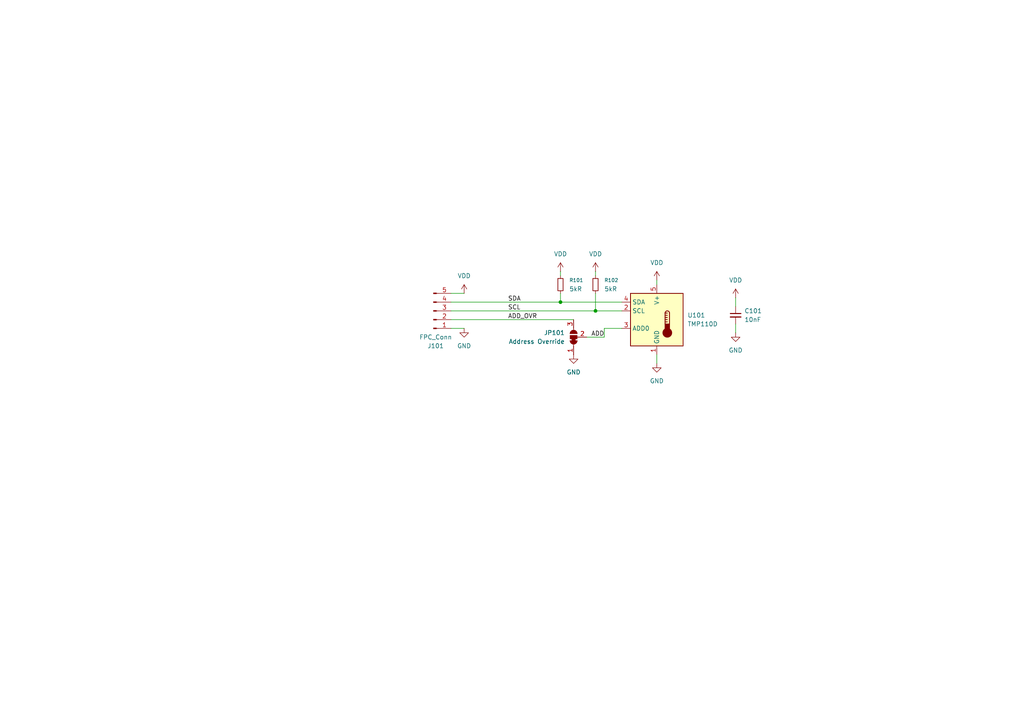
<source format=kicad_sch>
(kicad_sch (version 20250114) (generator "eeschema") (generator_version "9.0")
  (paper "A4")
  (lib_symbols
    (symbol "Connector:Conn_01x05_Pin" (pin_names (offset 1.016) (hide yes))
      (property "Reference" "J" (at 0 7.62 0))
      (property "Value" "Conn_01x05_Pin" (at 0 -7.62 0))
      (symbol "Conn_01x05_Pin_1_1"
        (rectangle (start 0.8636 5.207) (end 0 4.953) (stroke (width 0.1524)) (fill (type outline)))
        (rectangle (start 0.8636 2.667) (end 0 2.413) (stroke (width 0.1524)) (fill (type outline)))
        (rectangle (start 0.8636 0.127) (end 0 -0.127) (stroke (width 0.1524)) (fill (type outline)))
        (rectangle (start 0.8636 -2.413) (end 0 -2.667) (stroke (width 0.1524)) (fill (type outline)))
        (rectangle (start 0.8636 -4.953) (end 0 -5.207) (stroke (width 0.1524)) (fill (type outline)))
        (polyline (pts (xy 1.27 5.08) (xy 0.8636 5.08)) (stroke (width 0.1524)))
        (polyline (pts (xy 1.27 2.54) (xy 0.8636 2.54)) (stroke (width 0.1524)))
        (polyline (pts (xy 1.27 0) (xy 0.8636 0)) (stroke (width 0.1524)))
        (polyline (pts (xy 1.27 -2.54) (xy 0.8636 -2.54)) (stroke (width 0.1524)))
        (polyline (pts (xy 1.27 -5.08) (xy 0.8636 -5.08)) (stroke (width 0.1524)))
        (pin passive line (at 5.08 5.08 180) (length 3.81) (name "Pin_1") (number "1"))
        (pin passive line (at 5.08 2.54 180) (length 3.81) (name "Pin_2") (number "2"))
        (pin passive line (at 5.08 0 180) (length 3.81) (name "Pin_3") (number "3"))
        (pin passive line (at 5.08 -2.54 180) (length 3.81) (name "Pin_4") (number "4"))
        (pin passive line (at 5.08 -5.08 180) (length 3.81) (name "Pin_5") (number "5"))
      )
    )
    (symbol "Device:C_Small" (pin_numbers (hide yes)) (pin_names (offset 0.254) (hide yes))
      (property "Reference" "C" (at 0.254 1.778 0))
      (property "Value" "C_Small" (at 0.254 -2.032 0))
      (symbol "C_Small_0_1"
        (polyline (pts (xy -1.524 0.508) (xy 1.524 0.508)) (stroke (width 0.3048)))
        (polyline (pts (xy -1.524 -0.508) (xy 1.524 -0.508)) (stroke (width 0.3302)))
      )
      (symbol "C_Small_1_1"
        (pin passive line (at 0 2.54 270) (length 2.032) (name "~") (number "1"))
        (pin passive line (at 0 -2.54 90) (length 2.032) (name "~") (number "2"))
      )
    )
    (symbol "Device:R_Small" (pin_numbers (hide yes)) (pin_names (offset 0.254) (hide yes))
      (property "Reference" "R" (at 0 0 90))
      (property "Value" "R_Small" (at 1.778 0 90))
      (symbol "R_Small_0_1"
        (rectangle (start -0.762 1.778) (end 0.762 -1.778) (stroke (width 0.2032)))
      )
      (symbol "R_Small_1_1"
        (pin passive line (at 0 2.54 270) (length 0.762) (name "~") (number "1"))
        (pin passive line (at 0 -2.54 90) (length 0.762) (name "~") (number "2"))
      )
    )
    (symbol "Jumper:SolderJumper_3_Bridged12" (pin_names (offset 0) (hide yes)) (in_bom no)
      (property "Reference" "JP" (at -2.54 -2.54 0))
      (property "Value" "SolderJumper_3_Bridged12" (at 0 2.794 0))
      (symbol "SolderJumper_3_Bridged12_0_1"
        (polyline (pts (xy -2.54 0) (xy -2.032 0)))
        (polyline (pts (xy -1.016 1.016) (xy -1.016 -1.016)))
        (rectangle (start -1.016 0.508) (end -0.508 -0.508) (fill (type outline)))
        (arc (start -1.016 -1.016) (mid -2.0276 0) (end -1.016 1.016))
        (arc (start -1.016 -1.016) (mid -2.0276 0) (end -1.016 1.016) (fill (type outline)))
        (rectangle (start -0.508 1.016) (end 0.508 -1.016) (fill (type outline)))
        (polyline (pts (xy 0 -1.27) (xy 0 -1.016)))
        (arc (start 1.016 1.016) (mid 2.0276 0) (end 1.016 -1.016))
        (arc (start 1.016 1.016) (mid 2.0276 0) (end 1.016 -1.016) (fill (type outline)))
        (polyline (pts (xy 1.016 1.016) (xy 1.016 -1.016)))
        (polyline (pts (xy 2.54 0) (xy 2.032 0)))
      )
      (symbol "SolderJumper_3_Bridged12_1_1"
        (pin passive line (at -5.08 0 0) (length 2.54) (name "A") (number "1"))
        (pin passive line (at 0 -3.81 90) (length 2.54) (name "C") (number "2"))
        (pin passive line (at 5.08 0 180) (length 2.54) (name "B") (number "3"))
      )
    )
    (symbol "Sensor_Temperature:TMP110D"
      (property "Reference" "U" (at -2.54 10.795 0))
      (property "Value" "TMP110D" (at -2.54 8.89 0))
      (symbol "TMP110D_0_1"
        (rectangle (start -7.62 7.62) (end 7.62 -7.62) (stroke (width 0.254)) (fill (type background)))
      )
      (symbol "TMP110D_1_1"
        (polyline (pts (xy 2.413 1.905) (xy 2.413 -1.27)) (stroke (width 0.254)))
        (polyline (pts (xy 2.413 1.905) (xy 3.048 1.905)) (stroke (width 0.254)))
        (polyline (pts (xy 2.413 1.27) (xy 3.048 1.27)) (stroke (width 0.254)))
        (polyline (pts (xy 2.413 0.635) (xy 3.048 0.635)) (stroke (width 0.254)))
        (polyline (pts (xy 2.413 0) (xy 3.048 0)) (stroke (width 0.254)))
        (polyline (pts (xy 2.413 -0.635) (xy 3.048 -0.635)) (stroke (width 0.254)))
        (arc (start 2.413 1.905) (mid 3.048 2.5373) (end 3.683 1.905) (stroke (width 0.254)))
        (circle (center 3.048 -3.81) (radius 1.27) (stroke (width 0.254)) (fill (type outline)))
        (polyline (pts (xy 3.683 1.905) (xy 3.683 -1.27)) (stroke (width 0.254)))
        (rectangle (start 3.683 -3.175) (end 2.413 -1.27) (stroke (width 0.254)) (fill (type outline)))
        (pin bidirectional line (at -10.16 5.08 0) (length 2.54) (name "SDA") (number "4"))
        (pin input line (at -10.16 2.54 0) (length 2.54) (name "SCL") (number "2"))
        (pin input line (at -10.16 -2.54 0) (length 2.54) (name "ADD0") (number "3"))
        (pin power_in line (at 0 10.16 270) (length 2.54) (name "V+") (number "5"))
        (pin power_in line (at 0 -10.16 90) (length 2.54) (name "GND") (number "1"))
      )
    )
    (symbol "power:GND" (power) (pin_numbers (hide yes)) (pin_names (offset 0) (hide yes))
      (property "Value" "GND" (at 0 -3.81 0))
      (symbol "GND_0_1"
        (polyline (pts (xy 0 0) (xy 0 -1.27) (xy 1.27 -1.27) (xy 0 -2.54) (xy -1.27 -1.27) (xy 0 -1.27)))
      )
      (symbol "GND_1_1"
        (pin power_in line (at 0 0 270) (length 0) (name "~") (number "1"))
      )
    )
    (symbol "power:VDD" (power) (pin_numbers (hide yes)) (pin_names (offset 0) (hide yes))
      (property "Value" "VDD" (at 0 3.556 0))
      (symbol "VDD_0_1"
        (polyline (pts (xy -0.762 1.27) (xy 0 2.54)))
        (polyline (pts (xy 0 2.54) (xy 0.762 1.27)))
        (polyline (pts (xy 0 0) (xy 0 2.54)))
      )
      (symbol "VDD_1_1"
        (pin power_in line (at 0 0 90) (length 0) (name "~") (number "1"))
      )
    )
  )
  (junction (at 172.72 90.17))
  (junction (at 162.56 87.63))
  (wire (pts (xy 213.36 86.36) (xy 213.36 88.9)))
  (wire (pts (xy 130.81 87.63) (xy 162.56 87.63)))
  (wire (pts (xy 130.81 85.09) (xy 134.62 85.09)))
  (wire (pts (xy 172.72 78.74) (xy 172.72 80.01)))
  (wire (pts (xy 130.81 92.71) (xy 166.37 92.71)))
  (wire (pts (xy 172.72 85.09) (xy 172.72 90.17)))
  (wire (pts (xy 213.36 96.52) (xy 213.36 93.98)))
  (wire (pts (xy 190.5 81.28) (xy 190.5 82.55)))
  (wire (pts (xy 175.26 95.25) (xy 175.26 97.79)))
  (wire (pts (xy 172.72 90.17) (xy 180.34 90.17)))
  (wire (pts (xy 175.26 95.25) (xy 180.34 95.25)))
  (wire (pts (xy 175.26 97.79) (xy 170.18 97.79)))
  (wire (pts (xy 190.5 102.87) (xy 190.5 105.41)))
  (wire (pts (xy 162.56 85.09) (xy 162.56 87.63)))
  (wire (pts (xy 162.56 78.74) (xy 162.56 80.01)))
  (wire (pts (xy 134.62 95.25) (xy 130.81 95.25)))
  (wire (pts (xy 162.56 87.63) (xy 180.34 87.63)))
  (wire (pts (xy 130.81 90.17) (xy 172.72 90.17)))
  (label "SDA" (at 147.32 87.63 0))
  (label "SCL" (at 147.32 90.17 0))
  (label "ADD_OVR" (at 147.32 92.71 0))
  (label "ADD" (at 171.45 97.79 0))
  (symbol (lib_id "power:GND") (at 134.62 95.25 0) (unit 1)
    (property "Reference" "#PWR0101" (effects (hide yes)))
    (property "Value" "GND" (at 134.62 100.33 0))
    (property "Description" "Power symbol creates a global label with name \"GND\" , ground" (effects (hide yes)))
  )
  (symbol (lib_id "Connector:Conn_01x05_Pin") (at 125.73 90.17 0) (mirror x) (unit 1) (in_bom no)
    (property "Reference" "J101" (at 126.365 100.33 0))
    (property "Value" "FPC_Conn" (at 126.365 97.79 0))
    (property "Footprint" "TMP100-flex:Conn_FCC_05_P0.5mm" (effects (hide yes)))
    (property "Description" "Generic connector, single row, 01x05, script generated" (effects (hide yes)))
  )
  (symbol (lib_id "power:GND") (at 166.37 102.87 0) (unit 1)
    (property "Reference" "#PWR0103" (effects (hide yes)))
    (property "Value" "GND" (at 166.37 107.95 0))
    (property "Description" "Power symbol creates a global label with name \"GND\" , ground" (effects (hide yes)))
  )
  (symbol (lib_id "Jumper:SolderJumper_3_Bridged12") (at 166.37 97.79 90) (unit 1) (in_bom no)
    (property "Reference" "JP101" (at 163.83 96.5199 90) (effects (justify left)))
    (property "Value" "Address Override" (at 163.83 99.0599 90) (effects (justify left)))
    (property "Footprint" "Jumper:SolderJumper-3_P1.3mm_Bridged12_RoundedPad1.0x1.5mm" (effects (hide yes)))
    (property "Description" "3-pole Solder Jumper, pins 1+2 closed/bridged" (effects (hide yes)))
  )
  (symbol (lib_id "power:VDD") (at 134.62 85.09 0) (unit 1)
    (property "Reference" "#PWR0105" (effects (hide yes)))
    (property "Value" "VDD" (at 134.62 80.01 0))
    (property "Description" "Power symbol creates a global label with name \"VDD\"" (effects (hide yes)))
  )
  (symbol (lib_id "Sensor_Temperature:TMP110D") (at 190.5 92.71 0) (unit 1)
    (property "Reference" "U101" (at 199.39 91.4399 0) (effects (justify left)))
    (property "Value" "TMP110D" (at 199.39 93.9799 0) (effects (justify left)))
    (property "Footprint" "Package_SON:Texas_X2SON-5_0.8x0.8mm_P0.48mm" (effects (hide yes)))
    (property "Datasheet" "https://www.ti.com/lit/ds/symlink/tmp110.pdf" (effects (hide yes)))
    (property "Description" "Digital Temperature Sensor with I2C/SMBus Interface, +/-1° C accurate, address pin, X2SON" (effects (hide yes)))
  )
  (symbol (lib_id "power:VDD") (at 190.5 81.28 0) (unit 1)
    (property "Reference" "#PWR0104" (effects (hide yes)))
    (property "Value" "VDD" (at 190.5 76.2 0))
    (property "Description" "Power symbol creates a global label with name \"VDD\"" (effects (hide yes)))
  )
  (symbol (lib_id "Device:C_Small") (at 213.36 91.44 0) (unit 1)
    (property "Reference" "C101" (at 215.9 90.1762 0) (effects (justify left)))
    (property "Value" "10nF" (at 215.9 92.7162 0) (effects (justify left)))
    (property "Footprint" "Capacitor_SMD:C_0201_0603Metric" (effects (hide yes)))
    (property "Description" "Unpolarized capacitor, small symbol" (effects (hide yes)))
  )
  (symbol (lib_id "Device:R_Small") (at 172.72 82.55 0) (unit 1)
    (property "Reference" "R102" (at 175.26 81.2799 0) (effects (font (size 1.016 1.016)) (justify left)))
    (property "Value" "5kR" (at 175.26 83.8199 0) (effects (justify left)))
    (property "Footprint" "Resistor_SMD:R_0201_0603Metric" (effects (hide yes)))
    (property "Description" "Resistor, small symbol" (effects (hide yes)))
  )
  (symbol (lib_id "power:VDD") (at 172.72 78.74 0) (unit 1)
    (property "Reference" "#PWR0109" (effects (hide yes)))
    (property "Value" "VDD" (at 172.72 73.66 0))
    (property "Description" "Power symbol creates a global label with name \"VDD\"" (effects (hide yes)))
  )
  (symbol (lib_id "Device:R_Small") (at 162.56 82.55 0) (unit 1)
    (property "Reference" "R101" (at 165.1 81.2799 0) (effects (font (size 1.016 1.016)) (justify left)))
    (property "Value" "5kR" (at 165.1 83.8199 0) (effects (justify left)))
    (property "Footprint" "Resistor_SMD:R_0201_0603Metric" (effects (hide yes)))
    (property "Description" "Resistor, small symbol" (effects (hide yes)))
  )
  (symbol (lib_id "power:VDD") (at 213.36 86.36 0) (unit 1)
    (property "Reference" "#PWR0106" (effects (hide yes)))
    (property "Value" "VDD" (at 213.36 81.28 0))
    (property "Description" "Power symbol creates a global label with name \"VDD\"" (effects (hide yes)))
  )
  (symbol (lib_id "power:VDD") (at 162.56 78.74 0) (unit 1)
    (property "Reference" "#PWR0108" (effects (hide yes)))
    (property "Value" "VDD" (at 162.56 73.66 0))
    (property "Description" "Power symbol creates a global label with name \"VDD\"" (effects (hide yes)))
  )
  (symbol (lib_id "power:GND") (at 213.36 96.52 0) (unit 1)
    (property "Reference" "#PWR0107" (effects (hide yes)))
    (property "Value" "GND" (at 213.36 101.6 0))
    (property "Description" "Power symbol creates a global label with name \"GND\" , ground" (effects (hide yes)))
  )
  (symbol (lib_id "power:GND") (at 190.5 105.41 0) (unit 1)
    (property "Reference" "#PWR0102" (effects (hide yes)))
    (property "Value" "GND" (at 190.5 110.49 0))
    (property "Description" "Power symbol creates a global label with name \"GND\" , ground" (effects (hide yes)))
  )
)
</source>
